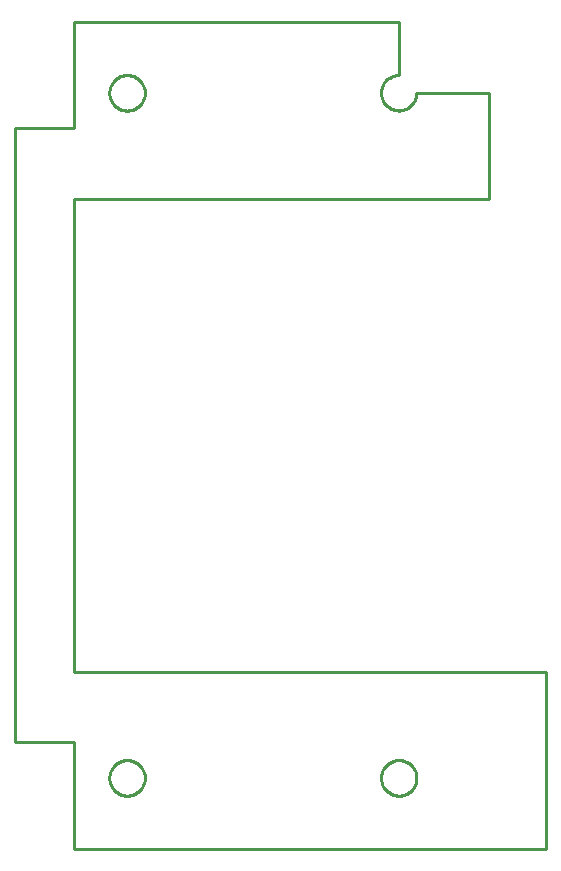
<source format=gbr>
G04 EAGLE Gerber RS-274X export*
G75*
%MOMM*%
%FSLAX34Y34*%
%LPD*%
%IN*%
%IPPOS*%
%AMOC8*
5,1,8,0,0,1.08239X$1,22.5*%
G01*
%ADD10C,0.254000*%


D10*
X268160Y375000D02*
X318160Y375000D01*
X318160Y285000D01*
X718160Y285000D01*
X718160Y435000D01*
X318160Y435000D01*
X318160Y835000D01*
X669552Y835000D01*
X669552Y925000D01*
X608160Y925000D01*
X608103Y923693D01*
X607932Y922395D01*
X607649Y921118D01*
X607255Y919870D01*
X606755Y918661D01*
X606150Y917500D01*
X605447Y916396D01*
X604651Y915358D01*
X603767Y914393D01*
X602802Y913509D01*
X601764Y912713D01*
X600660Y912010D01*
X599499Y911405D01*
X598290Y910905D01*
X597042Y910511D01*
X595765Y910228D01*
X594467Y910057D01*
X593160Y910000D01*
X591853Y910057D01*
X590555Y910228D01*
X589278Y910511D01*
X588030Y910905D01*
X586821Y911405D01*
X585660Y912010D01*
X584556Y912713D01*
X583518Y913509D01*
X582553Y914393D01*
X581669Y915358D01*
X580873Y916396D01*
X580170Y917500D01*
X579565Y918661D01*
X579065Y919870D01*
X578671Y921118D01*
X578388Y922395D01*
X578217Y923693D01*
X578160Y925000D01*
X578217Y926307D01*
X578388Y927605D01*
X578671Y928882D01*
X579065Y930130D01*
X579565Y931339D01*
X580170Y932500D01*
X580873Y933604D01*
X581669Y934642D01*
X582553Y935607D01*
X583518Y936491D01*
X584556Y937287D01*
X585660Y937990D01*
X586821Y938595D01*
X588030Y939095D01*
X589278Y939489D01*
X590555Y939772D01*
X591853Y939943D01*
X593160Y940000D01*
X593160Y985000D01*
X318160Y985000D01*
X318160Y895000D01*
X268160Y895000D01*
X268160Y375000D01*
X608160Y344464D02*
X608160Y345536D01*
X608084Y346604D01*
X607931Y347665D01*
X607703Y348712D01*
X607401Y349740D01*
X607027Y350744D01*
X606582Y351719D01*
X606068Y352659D01*
X605489Y353560D01*
X604847Y354418D01*
X604145Y355228D01*
X603388Y355985D01*
X602578Y356687D01*
X601720Y357329D01*
X600819Y357908D01*
X599879Y358422D01*
X598904Y358867D01*
X597900Y359241D01*
X596872Y359543D01*
X595825Y359771D01*
X594764Y359924D01*
X593696Y360000D01*
X592624Y360000D01*
X591556Y359924D01*
X590495Y359771D01*
X589448Y359543D01*
X588420Y359241D01*
X587416Y358867D01*
X586441Y358422D01*
X585501Y357908D01*
X584600Y357329D01*
X583742Y356687D01*
X582932Y355985D01*
X582175Y355228D01*
X581473Y354418D01*
X580831Y353560D01*
X580252Y352659D01*
X579738Y351719D01*
X579293Y350744D01*
X578919Y349740D01*
X578617Y348712D01*
X578389Y347665D01*
X578236Y346604D01*
X578160Y345536D01*
X578160Y344464D01*
X578236Y343396D01*
X578389Y342335D01*
X578617Y341288D01*
X578919Y340260D01*
X579293Y339256D01*
X579738Y338281D01*
X580252Y337341D01*
X580831Y336440D01*
X581473Y335582D01*
X582175Y334772D01*
X582932Y334015D01*
X583742Y333313D01*
X584600Y332671D01*
X585501Y332092D01*
X586441Y331578D01*
X587416Y331133D01*
X588420Y330759D01*
X589448Y330457D01*
X590495Y330229D01*
X591556Y330076D01*
X592624Y330000D01*
X593696Y330000D01*
X594764Y330076D01*
X595825Y330229D01*
X596872Y330457D01*
X597900Y330759D01*
X598904Y331133D01*
X599879Y331578D01*
X600819Y332092D01*
X601720Y332671D01*
X602578Y333313D01*
X603388Y334015D01*
X604145Y334772D01*
X604847Y335582D01*
X605489Y336440D01*
X606068Y337341D01*
X606582Y338281D01*
X607027Y339256D01*
X607401Y340260D01*
X607703Y341288D01*
X607931Y342335D01*
X608084Y343396D01*
X608160Y344464D01*
X378160Y924464D02*
X378160Y925536D01*
X378084Y926604D01*
X377931Y927665D01*
X377703Y928712D01*
X377401Y929740D01*
X377027Y930744D01*
X376582Y931719D01*
X376068Y932659D01*
X375489Y933560D01*
X374847Y934418D01*
X374145Y935228D01*
X373388Y935985D01*
X372578Y936687D01*
X371720Y937329D01*
X370819Y937908D01*
X369879Y938422D01*
X368904Y938867D01*
X367900Y939241D01*
X366872Y939543D01*
X365825Y939771D01*
X364764Y939924D01*
X363696Y940000D01*
X362624Y940000D01*
X361556Y939924D01*
X360495Y939771D01*
X359448Y939543D01*
X358420Y939241D01*
X357416Y938867D01*
X356441Y938422D01*
X355501Y937908D01*
X354600Y937329D01*
X353742Y936687D01*
X352932Y935985D01*
X352175Y935228D01*
X351473Y934418D01*
X350831Y933560D01*
X350252Y932659D01*
X349738Y931719D01*
X349293Y930744D01*
X348919Y929740D01*
X348617Y928712D01*
X348389Y927665D01*
X348236Y926604D01*
X348160Y925536D01*
X348160Y924464D01*
X348236Y923396D01*
X348389Y922335D01*
X348617Y921288D01*
X348919Y920260D01*
X349293Y919256D01*
X349738Y918281D01*
X350252Y917341D01*
X350831Y916440D01*
X351473Y915582D01*
X352175Y914772D01*
X352932Y914015D01*
X353742Y913313D01*
X354600Y912671D01*
X355501Y912092D01*
X356441Y911578D01*
X357416Y911133D01*
X358420Y910759D01*
X359448Y910457D01*
X360495Y910229D01*
X361556Y910076D01*
X362624Y910000D01*
X363696Y910000D01*
X364764Y910076D01*
X365825Y910229D01*
X366872Y910457D01*
X367900Y910759D01*
X368904Y911133D01*
X369879Y911578D01*
X370819Y912092D01*
X371720Y912671D01*
X372578Y913313D01*
X373388Y914015D01*
X374145Y914772D01*
X374847Y915582D01*
X375489Y916440D01*
X376068Y917341D01*
X376582Y918281D01*
X377027Y919256D01*
X377401Y920260D01*
X377703Y921288D01*
X377931Y922335D01*
X378084Y923396D01*
X378160Y924464D01*
X378160Y344464D02*
X378160Y345536D01*
X378084Y346604D01*
X377931Y347665D01*
X377703Y348712D01*
X377401Y349740D01*
X377027Y350744D01*
X376582Y351719D01*
X376068Y352659D01*
X375489Y353560D01*
X374847Y354418D01*
X374145Y355228D01*
X373388Y355985D01*
X372578Y356687D01*
X371720Y357329D01*
X370819Y357908D01*
X369879Y358422D01*
X368904Y358867D01*
X367900Y359241D01*
X366872Y359543D01*
X365825Y359771D01*
X364764Y359924D01*
X363696Y360000D01*
X362624Y360000D01*
X361556Y359924D01*
X360495Y359771D01*
X359448Y359543D01*
X358420Y359241D01*
X357416Y358867D01*
X356441Y358422D01*
X355501Y357908D01*
X354600Y357329D01*
X353742Y356687D01*
X352932Y355985D01*
X352175Y355228D01*
X351473Y354418D01*
X350831Y353560D01*
X350252Y352659D01*
X349738Y351719D01*
X349293Y350744D01*
X348919Y349740D01*
X348617Y348712D01*
X348389Y347665D01*
X348236Y346604D01*
X348160Y345536D01*
X348160Y344464D01*
X348236Y343396D01*
X348389Y342335D01*
X348617Y341288D01*
X348919Y340260D01*
X349293Y339256D01*
X349738Y338281D01*
X350252Y337341D01*
X350831Y336440D01*
X351473Y335582D01*
X352175Y334772D01*
X352932Y334015D01*
X353742Y333313D01*
X354600Y332671D01*
X355501Y332092D01*
X356441Y331578D01*
X357416Y331133D01*
X358420Y330759D01*
X359448Y330457D01*
X360495Y330229D01*
X361556Y330076D01*
X362624Y330000D01*
X363696Y330000D01*
X364764Y330076D01*
X365825Y330229D01*
X366872Y330457D01*
X367900Y330759D01*
X368904Y331133D01*
X369879Y331578D01*
X370819Y332092D01*
X371720Y332671D01*
X372578Y333313D01*
X373388Y334015D01*
X374145Y334772D01*
X374847Y335582D01*
X375489Y336440D01*
X376068Y337341D01*
X376582Y338281D01*
X377027Y339256D01*
X377401Y340260D01*
X377703Y341288D01*
X377931Y342335D01*
X378084Y343396D01*
X378160Y344464D01*
M02*

</source>
